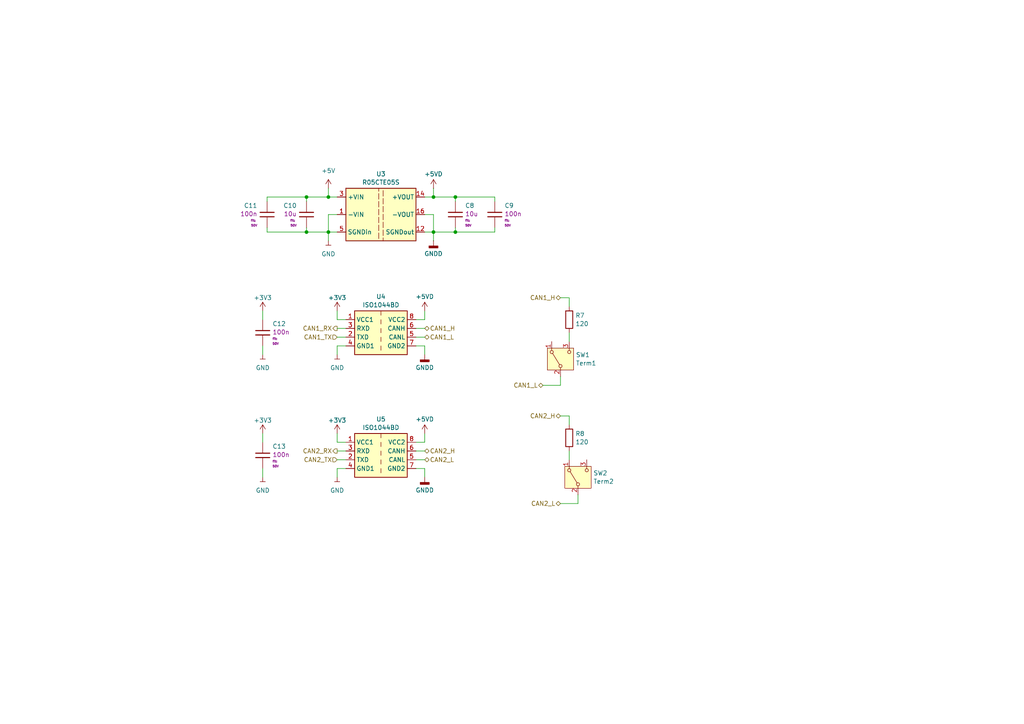
<source format=kicad_sch>
(kicad_sch (version 20231120) (generator "eeschema") (generator_version "8.0")
  (paper "A4")
  (title_block (title "Transiver") (date "2023-06-16") (rev "R${release}") (company "${company}") (comment 1 "${release_state}") (comment 2 "${prefix}-S${type_number}-R${release}-V${sch_variant}-C${sch_ci}") (comment 3 "hardware/${prefix}-S${type_number}_${short_desciption}"))
  (lib_symbols
    (symbol "Cap_10Percent_E24_0603_X7R_50V_-40C-125C:100n_0603_X7R_10%_50V_-40C..125C_Chip-Capacitor" (pin_numbers hide) (pin_names (offset 0.254))
      (property "Reference" "C" (at 0.635 2.54 0))
      (property "DisplayValue" "100n" (at 0.635 -2.54 0))
      (property "Fit" "fit: " (at 7.62 -3.81 0))
      (property "CapRatedVoltage" "50V" (at 0 0 0))
      (symbol "100n_0603_X7R_10%_50V_-40C..125C_Chip-Capacitor_0_1"
        (polyline (pts (xy -2.032 -0.635) (xy 2.032 -0.635)) (stroke (width 0.3048)))
        (polyline (pts (xy -2.032 0.635) (xy 2.032 0.635)) (stroke (width 0.3048)))
      )
      (symbol "100n_0603_X7R_10%_50V_-40C..125C_Chip-Capacitor_1_1"
        (pin passive line (at 0 3.81 270) (length 3.2004) (name "~") (number "1"))
        (pin passive line (at 0 -3.81 90) (length 2.9972) (name "~") (number "2"))
      )
    )
    (symbol "DCDC_Recom:R05CTE05S"
      (property "Reference" "U" (at -8.89 8.89 0))
      (property "Value" "R05CTE05S" (at 4.826 8.89 0))
      (symbol "R05CTE05S_0_1"
        (rectangle (start -10.16 7.62) (end 10.16 -7.62) (stroke (width 0.254)) (fill (type background)))
      )
      (symbol "R05CTE05S_1_1"
        (polyline (pts (xy -0.635 -6.985) (xy -0.635 7.62)) (stroke (width 0) (type dash)))
        (polyline (pts (xy 0.635 6.985) (xy 0.635 -7.62)) (stroke (width 0) (type dash)))
        (pin power_in line (at -12.7 0 0) (length 2.54) (name "-VIN") (number "1"))
        (pin no_connect line (at 12.7 -2.54 180) (length 2.54) hide (name "DNC") (number "10"))
        (pin passive line (at 12.7 -5.08 180) (length 2.54) hide (name "SGNDout") (number "11"))
        (pin passive line (at 12.7 -5.08 180) (length 2.54) (name "SGNDout") (number "12"))
        (pin power_out line (at 12.7 5.08 180) (length 2.54) hide (name "+VOUT") (number "13"))
        (pin power_out line (at 12.7 5.08 180) (length 2.54) (name "+VOUT") (number "14"))
        (pin power_out line (at 12.7 0 180) (length 2.54) hide (name "-VOUT") (number "15"))
        (pin power_out line (at 12.7 0 180) (length 2.54) (name "-VOUT") (number "16"))
        (pin power_in line (at -12.7 0 0) (length 2.54) hide (name "-VIN") (number "2"))
        (pin power_in line (at -12.7 5.08 0) (length 2.54) (name "+VIN") (number "3"))
        (pin power_in line (at -12.7 5.08 0) (length 2.54) hide (name "+VIN") (number "4"))
        (pin passive line (at -12.7 -5.08 0) (length 2.54) (name "SGNDin") (number "5"))
        (pin passive line (at -12.7 -5.08 0) (length 2.54) hide (name "SGNDin") (number "6"))
        (pin passive line (at -12.7 -5.08 0) (length 2.54) hide (name "SGNDin") (number "7"))
        (pin passive line (at -12.7 -5.08 0) (length 2.54) hide (name "SGNDin") (number "8"))
        (pin passive line (at 12.7 -5.08 180) (length 2.54) hide (name "SGNDout") (number "9"))
      )
    )
    (symbol "Device:R" (pin_numbers hide) (pin_names (offset 0))
      (property "Reference" "R" (at 2.032 0 90))
      (property "Value" "R" (at 0 0 90))
      (symbol "R_0_1"
        (rectangle (start -1.016 -2.54) (end 1.016 2.54) (stroke (width 0.254)))
      )
      (symbol "R_1_1"
        (pin passive line (at 0 3.81 270) (length 1.27) (name "~") (number "1"))
        (pin passive line (at 0 -3.81 90) (length 1.27) (name "~") (number "2"))
      )
    )
    (symbol "Interface_CAN_LIN:ISO1044BD"
      (property "Reference" "U" (at -6.35 6.35 0))
      (property "Value" "ISO1044BD" (at 2.54 6.35 0))
      (symbol "ISO1044BD_0_1"
        (rectangle (start -7.62 5.08) (end 7.62 -7.62) (stroke (width 0.254)) (fill (type background)))
        (polyline (pts (xy 0 -5.08) (xy 0 -6.35)))
        (polyline (pts (xy 0 -2.54) (xy 0 -3.81)))
        (polyline (pts (xy 0 0) (xy 0 -1.27)))
        (polyline (pts (xy 0 2.54) (xy 0 1.27)))
        (polyline (pts (xy 0 5.08) (xy 0 3.81)))
      )
      (symbol "ISO1044BD_1_1"
        (pin power_in line (at -10.16 2.54 0) (length 2.54) (name "VCC1") (number "1"))
        (pin input line (at -10.16 -2.54 0) (length 2.54) (name "TXD") (number "2"))
        (pin output line (at -10.16 0 0) (length 2.54) (name "RXD") (number "3"))
        (pin power_in line (at -10.16 -5.08 0) (length 2.54) (name "GND1") (number "4"))
        (pin bidirectional line (at 10.16 -2.54 180) (length 2.54) (name "CANL") (number "5"))
        (pin bidirectional line (at 10.16 0 180) (length 2.54) (name "CANH") (number "6"))
        (pin power_in line (at 10.16 -5.08 180) (length 2.54) (name "GND2") (number "7"))
        (pin power_in line (at 10.16 2.54 180) (length 2.54) (name "VCC2") (number "8"))
      )
    )
    (symbol "Switch:SW_SPDT" (pin_names (offset 0) hide)
      (property "Reference" "SW" (at 0 5.08 0))
      (property "Value" "SW_SPDT" (at 0 -5.08 0))
      (symbol "SW_SPDT_0_1"
        (circle (center -2.032 0) (radius 0.4572))
        (polyline (pts (xy -1.651 0.254) (xy 1.651 2.286)))
        (circle (center 2.032 -2.54) (radius 0.4572))
        (circle (center 2.032 2.54) (radius 0.4572))
      )
      (symbol "SW_SPDT_1_1"
        (rectangle (start -3.175 3.81) (end 3.175 -3.81) (fill (type background)))
        (pin passive line (at 5.08 2.54 180) (length 2.54) (name "A") (number "1"))
        (pin passive line (at -5.08 0 0) (length 2.54) (name "B") (number "2"))
        (pin passive line (at 5.08 -2.54 180) (length 2.54) (name "C") (number "3"))
      )
    )
    (symbol "power:+5VD" (power) (pin_numbers hide) (pin_names (offset 0) hide)
      (property "Value" "+5VD" (at 0 3.556 0))
      (symbol "+5VD_0_1"
        (polyline (pts (xy -0.762 1.27) (xy 0 2.54)))
        (polyline (pts (xy 0 0) (xy 0 2.54)))
        (polyline (pts (xy 0 2.54) (xy 0.762 1.27)))
      )
      (symbol "+5VD_1_1"
        (pin power_in line (at 0 0 90) (length 0) (name "~") (number "1"))
      )
    )
    (symbol "power:GNDD" (power) (pin_numbers hide) (pin_names (offset 0) hide)
      (property "Value" "GNDD" (at 0 -3.175 0))
      (symbol "GNDD_0_1"
        (rectangle (start -1.27 -1.524) (end 1.27 -2.032) (stroke (width 0.254)) (fill (type outline)))
        (polyline (pts (xy 0 0) (xy 0 -1.524)))
      )
      (symbol "GNDD_1_1"
        (pin power_in line (at 0 0 270) (length 0) (name "~") (number "1"))
      )
    )
    (symbol "powerport:+3V3" (power) (pin_names (offset 0))
      (property "Value" "+3V3" (at 0 3.556 0))
      (symbol "+3V3_0_1"
        (polyline (pts (xy -0.762 1.27) (xy 0 2.54)))
        (polyline (pts (xy 0 0) (xy 0 2.54)))
        (polyline (pts (xy 0 2.54) (xy 0.762 1.27)))
      )
      (symbol "+3V3_1_1"
        (pin power_in line (at 0 0 90) (length 0) hide (name "+3V3") (number "1"))
      )
    )
    (symbol "powerport:+5V" (power) (pin_names (offset 0))
      (property "Value" "+5V" (at 0 3.556 0))
      (symbol "+5V_0_1"
        (polyline (pts (xy -0.762 1.27) (xy 0 2.54)))
        (polyline (pts (xy 0 0) (xy 0 2.54)))
        (polyline (pts (xy 0 2.54) (xy 0.762 1.27)))
      )
      (symbol "+5V_1_1"
        (pin power_in line (at 0 0 90) (length 0) hide (name "+5V") (number "1"))
      )
    )
    (symbol "powerport:GND" (power) (pin_names (offset 0))
      (property "Value" "GND" (at 0 -2.54 0))
      (symbol "GND_0_1"
        (polyline (pts (xy -0.762 -1.27) (xy 0.762 -1.27)))
        (polyline (pts (xy 0 0) (xy 0 -1.27)))
      )
      (symbol "GND_1_1"
        (pin power_in line (at 0 0 270) (length 0) hide (name "GND") (number "1"))
      )
    )
  )
  (junction (at 88.9 57.15))
  (junction (at 125.73 57.15))
  (junction (at 88.9 67.31))
  (junction (at 95.25 57.15))
  (junction (at 132.08 57.15))
  (junction (at 95.25 67.31))
  (junction (at 132.08 67.31))
  (junction (at 125.73 67.31))
  (wire (pts (xy 97.79 95.25) (xy 100.33 95.25)))
  (wire (pts (xy 143.51 66.04) (xy 143.51 67.31)))
  (wire (pts (xy 123.19 90.17) (xy 123.19 92.71)))
  (wire (pts (xy 132.08 67.31) (xy 125.73 67.31)))
  (wire (pts (xy 95.25 62.23) (xy 95.25 67.31)))
  (wire (pts (xy 125.73 67.31) (xy 125.73 69.85)))
  (wire (pts (xy 120.65 97.79) (xy 123.19 97.79)))
  (wire (pts (xy 76.2 135.89) (xy 76.2 138.43)))
  (wire (pts (xy 123.19 62.23) (xy 125.73 62.23)))
  (wire (pts (xy 162.56 86.36) (xy 165.1 86.36)))
  (wire (pts (xy 76.2 90.17) (xy 76.2 92.71)))
  (wire (pts (xy 97.79 67.31) (xy 95.25 67.31)))
  (wire (pts (xy 125.73 57.15) (xy 132.08 57.15)))
  (wire (pts (xy 123.19 100.33) (xy 123.19 102.87)))
  (wire (pts (xy 77.47 66.04) (xy 77.47 67.31)))
  (wire (pts (xy 77.47 58.42) (xy 77.47 57.15)))
  (wire (pts (xy 125.73 62.23) (xy 125.73 67.31)))
  (wire (pts (xy 77.47 67.31) (xy 88.9 67.31)))
  (wire (pts (xy 100.33 100.33) (xy 97.79 100.33)))
  (wire (pts (xy 162.56 109.22) (xy 162.56 111.76)))
  (wire (pts (xy 97.79 92.71) (xy 100.33 92.71)))
  (wire (pts (xy 120.65 130.81) (xy 123.19 130.81)))
  (wire (pts (xy 143.51 57.15) (xy 143.51 58.42)))
  (wire (pts (xy 120.65 128.27) (xy 123.19 128.27)))
  (wire (pts (xy 123.19 67.31) (xy 125.73 67.31)))
  (wire (pts (xy 88.9 57.15) (xy 95.25 57.15)))
  (wire (pts (xy 88.9 66.04) (xy 88.9 67.31)))
  (wire (pts (xy 95.25 67.31) (xy 95.25 69.85)))
  (wire (pts (xy 132.08 57.15) (xy 143.51 57.15)))
  (wire (pts (xy 88.9 67.31) (xy 95.25 67.31)))
  (wire (pts (xy 97.79 62.23) (xy 95.25 62.23)))
  (wire (pts (xy 77.47 57.15) (xy 88.9 57.15)))
  (wire (pts (xy 165.1 130.81) (xy 165.1 133.35)))
  (wire (pts (xy 120.65 95.25) (xy 123.19 95.25)))
  (wire (pts (xy 97.79 135.89) (xy 100.33 135.89)))
  (wire (pts (xy 76.2 125.73) (xy 76.2 128.27)))
  (wire (pts (xy 97.79 130.81) (xy 100.33 130.81)))
  (wire (pts (xy 120.65 135.89) (xy 123.19 135.89)))
  (wire (pts (xy 132.08 66.04) (xy 132.08 67.31)))
  (wire (pts (xy 120.65 100.33) (xy 123.19 100.33)))
  (wire (pts (xy 123.19 135.89) (xy 123.19 138.43)))
  (wire (pts (xy 97.79 125.73) (xy 97.79 128.27)))
  (wire (pts (xy 97.79 133.35) (xy 100.33 133.35)))
  (wire (pts (xy 123.19 125.73) (xy 123.19 128.27)))
  (wire (pts (xy 167.64 143.51) (xy 167.64 146.05)))
  (wire (pts (xy 165.1 96.52) (xy 165.1 99.06)))
  (wire (pts (xy 97.79 90.17) (xy 97.79 92.71)))
  (wire (pts (xy 125.73 54.61) (xy 125.73 57.15)))
  (wire (pts (xy 95.25 57.15) (xy 97.79 57.15)))
  (wire (pts (xy 97.79 138.43) (xy 97.79 135.89)))
  (wire (pts (xy 97.79 128.27) (xy 100.33 128.27)))
  (wire (pts (xy 120.65 92.71) (xy 123.19 92.71)))
  (wire (pts (xy 132.08 57.15) (xy 132.08 58.42)))
  (wire (pts (xy 167.64 146.05) (xy 162.56 146.05)))
  (wire (pts (xy 88.9 58.42) (xy 88.9 57.15)))
  (wire (pts (xy 132.08 67.31) (xy 143.51 67.31)))
  (wire (pts (xy 165.1 120.65) (xy 162.56 120.65)))
  (wire (pts (xy 162.56 111.76) (xy 157.48 111.76)))
  (wire (pts (xy 97.79 100.33) (xy 97.79 102.87)))
  (wire (pts (xy 95.25 54.61) (xy 95.25 57.15)))
  (wire (pts (xy 165.1 88.9) (xy 165.1 86.36)))
  (wire (pts (xy 123.19 57.15) (xy 125.73 57.15)))
  (wire (pts (xy 76.2 100.33) (xy 76.2 102.87)))
  (wire (pts (xy 165.1 123.19) (xy 165.1 120.65)))
  (wire (pts (xy 97.79 97.79) (xy 100.33 97.79)))
  (wire (pts (xy 120.65 133.35) (xy 123.19 133.35)))
  (hierarchical_label "CAN2_L" (shape bidirectional) (at 123.19 133.35 0))
  (hierarchical_label "CAN2_H" (shape bidirectional) (at 162.56 120.65 180))
  (hierarchical_label "CAN1_L" (shape bidirectional) (at 123.19 97.79 0))
  (hierarchical_label "CAN1_H" (shape bidirectional) (at 123.19 95.25 0))
  (hierarchical_label "CAN1_RX" (shape output) (at 97.79 95.25 180))
  (hierarchical_label "CAN2_L" (shape bidirectional) (at 162.56 146.05 180))
  (hierarchical_label "CAN2_TX" (shape input) (at 97.79 133.35 180))
  (hierarchical_label "CAN1_H" (shape bidirectional) (at 162.56 86.36 180))
  (hierarchical_label "CAN1_TX" (shape input) (at 97.79 97.79 180))
  (hierarchical_label "CAN1_L" (shape bidirectional) (at 157.48 111.76 180))
  (hierarchical_label "CAN2_H" (shape bidirectional) (at 123.19 130.81 0))
  (hierarchical_label "CAN2_RX" (shape output) (at 97.79 130.81 180))
  (symbol (lib_id "Cap_10Percent_E24_0603_X7R_50V_-40C-125C:100n_0603_X7R_10%_50V_-40C..125C_Chip-Capacitor") (at 143.51 62.23 0) (unit 1)
    (property "Reference" "C9" (at 146.3294 59.6279 0) (effects (justify left)))
    (property "Value" "100n_0603_X7R_10%_50V_-40C..125C_Chip-Capacitor" (effects (hide yes)))
    (property "Footprint" "Capacitor_SMD:C_0603_1608Metric" (effects (hide yes)))
    (property "MPN" "any" (effects (hide yes)))
    (property "Manufacturer" "any" (effects (hide yes)))
    (property "DisplayValue" "100n" (at 146.3294 62.0522 0) (effects (justify left)))
    (property "Fit" "fit: " (at 146.3294 63.9657 0) (effects (font (size 0.635 0.635)) (justify left)))
    (property "State" "legacy" (effects (hide yes)))
    (property "CapRatedVoltage" "50V" (at 146.3294 65.3683 0) (effects (font (size 0.635 0.635)) (justify left)))
    (property "Package" "0603" (effects (hide yes)))
  )
  (symbol (lib_id "power:+5VD") (at 125.73 54.61 0) (unit 1)
    (property "Reference" "#PWR04" (effects (hide yes)))
    (property "Value" "+5VD" (at 125.73 50.4769 0))
    (property "Description" "Power symbol creates a global label with name \"+5VD\"" (effects (hide yes)))
  )
  (symbol (lib_id "power:GNDD") (at 123.19 102.87 0) (unit 1)
    (property "Reference" "#PWR052" (effects (hide yes)))
    (property "Value" "GNDD" (at 123.19 106.6221 0))
    (property "Description" "Power symbol creates a global label with name \"GNDD\" , digital ground" (effects (hide yes)))
  )
  (symbol (lib_id "powerport:GND") (at 97.79 102.87 0) (unit 1)
    (property "Reference" "#PWR040" (effects (hide yes)))
    (property "Value" "GND" (at 97.79 106.68 0))
  )
  (symbol (lib_id "Switch:SW_SPDT") (at 162.56 104.14 90) (unit 1)
    (property "Reference" "SW1" (at 167.005 102.9278 90) (effects (justify right)))
    (property "Value" "Term1" (at 167.005 105.3521 90) (effects (justify right)))
    (property "Footprint" "Button_Switch_THT:SW_Slide_SPDT_Angled_CK_OS102011MA1Q" (effects (hide yes)))
    (property "Datasheet" "https://www.ckswitches.com/media/1428/os.pdf" (effects (hide yes)))
    (property "Description" "Switch, single pole double throw" (effects (hide yes)))
    (property "digikey" "CKN9560-ND" (effects (hide yes)))
    (property "MPN" "OS102011MA1QS1" (effects (hide yes)))
  )
  (symbol (lib_id "DCDC_Recom:R05CTE05S") (at 110.49 62.23 0) (unit 1)
    (property "Reference" "U3" (at 110.49 50.4655 0))
    (property "Value" "R05CTE05S" (at 110.49 52.8898 0))
    (property "Footprint" "Package_SO:SOIC-16W_7.5x10.3mm_P1.27mm" (effects (hide yes)))
    (property "Datasheet" "https://recom-power.com/pdf/Econoline/RxxCTExxS.pdf" (effects (hide yes)))
    (property "Description" "1W 5V to 5V 200mA DC-DC Converter with 3kV isolation" (effects (hide yes)))
    (property "digikey" "945-R05CTE05S-RCT-ND" (effects (hide yes)))
    (property "MPN" "R05CTE05S-R" (effects (hide yes)))
  )
  (symbol (lib_id "powerport:+5V") (at 95.25 54.61 0) (unit 1)
    (property "Reference" "#PWR010" (effects (hide yes)))
    (property "Value" "+5V" (at 95.25 49.53 0))
  )
  (symbol (lib_id "Cap_10Percent_E24_0603_X7R_50V_-40C-125C:100n_0603_X7R_10%_50V_-40C..125C_Chip-Capacitor") (at 76.2 96.52 0) (unit 1)
    (property "Reference" "C12" (at 79.0194 93.9179 0) (effects (justify left)))
    (property "Value" "100n_0603_X7R_10%_50V_-40C..125C_Chip-Capacitor" (effects (hide yes)))
    (property "Footprint" "Capacitor_SMD:C_0603_1608Metric" (effects (hide yes)))
    (property "MPN" "any" (effects (hide yes)))
    (property "Manufacturer" "any" (effects (hide yes)))
    (property "DisplayValue" "100n" (at 79.0194 96.3422 0) (effects (justify left)))
    (property "Fit" "fit: " (at 79.0194 98.2557 0) (effects (font (size 0.635 0.635)) (justify left)))
    (property "State" "legacy" (effects (hide yes)))
    (property "CapRatedVoltage" "50V" (at 79.0194 99.6583 0) (effects (font (size 0.635 0.635)) (justify left)))
    (property "Package" "0603" (effects (hide yes)))
  )
  (symbol (lib_id "powerport:+3V3") (at 97.79 90.17 0) (unit 1)
    (property "Reference" "#PWR043" (effects (hide yes)))
    (property "Value" "+3V3" (at 97.79 86.36 0))
  )
  (symbol (lib_id "Device:R") (at 165.1 92.71 0) (unit 1)
    (property "Reference" "R7" (at 166.878 91.4978 0) (effects (justify left)))
    (property "Value" "120" (at 166.878 93.9221 0) (effects (justify left)))
    (property "Footprint" "Resistor_SMD:R_0603_1608Metric" (effects (hide yes)))
    (property "Description" "Resistor" (effects (hide yes)))
  )
  (symbol (lib_id "Cap_10Percent_E24_0603_X7R_50V_-40C-125C:100n_0603_X7R_10%_50V_-40C..125C_Chip-Capacitor") (at 77.47 62.23 0) (mirror y) (unit 1)
    (property "Reference" "C11" (at 74.6506 59.6279 0) (effects (justify left)))
    (property "Value" "100n_0603_X7R_10%_50V_-40C..125C_Chip-Capacitor" (effects (hide yes)))
    (property "Footprint" "Capacitor_SMD:C_0603_1608Metric" (effects (hide yes)))
    (property "MPN" "any" (effects (hide yes)))
    (property "Manufacturer" "any" (effects (hide yes)))
    (property "DisplayValue" "100n" (at 74.6506 62.0522 0) (effects (justify left)))
    (property "Fit" "fit: " (at 74.6506 63.9657 0) (effects (font (size 0.635 0.635)) (justify left)))
    (property "State" "legacy" (effects (hide yes)))
    (property "CapRatedVoltage" "50V" (at 74.6506 65.3683 0) (effects (font (size 0.635 0.635)) (justify left)))
    (property "Package" "0603" (effects (hide yes)))
  )
  (symbol (lib_id "power:GNDD") (at 125.73 69.85 0) (unit 1)
    (property "Reference" "#PWR05" (effects (hide yes)))
    (property "Value" "GNDD" (at 125.73 73.6021 0))
    (property "Description" "Power symbol creates a global label with name \"GNDD\" , digital ground" (effects (hide yes)))
  )
  (symbol (lib_id "Cap_10Percent_E24_0603_X7R_50V_-40C-125C:100n_0603_X7R_10%_50V_-40C..125C_Chip-Capacitor") (at 88.9 62.23 0) (mirror y) (unit 1)
    (property "Reference" "C10" (at 86.0806 59.6279 0) (effects (justify left)))
    (property "Value" "10u_0603_X7R_10%_50V_-40C..125C_Chip-Capacitor" (effects (hide yes)))
    (property "Footprint" "Capacitor_SMD:C_0603_1608Metric" (effects (hide yes)))
    (property "MPN" "any" (effects (hide yes)))
    (property "Manufacturer" "any" (effects (hide yes)))
    (property "DisplayValue" "10u" (at 86.0806 62.0522 0) (effects (justify left)))
    (property "Fit" "fit: " (at 86.0806 63.9657 0) (effects (font (size 0.635 0.635)) (justify left)))
    (property "State" "legacy" (effects (hide yes)))
    (property "CapRatedVoltage" "50V" (at 86.0806 65.3683 0) (effects (font (size 0.635 0.635)) (justify left)))
    (property "Package" "0603" (effects (hide yes)))
  )
  (symbol (lib_id "powerport:+3V3") (at 76.2 125.73 0) (unit 1)
    (property "Reference" "#PWR046" (effects (hide yes)))
    (property "Value" "+3V3" (at 76.2 121.92 0))
  )
  (symbol (lib_id "powerport:GND") (at 95.25 69.85 0) (unit 1)
    (property "Reference" "#PWR011" (effects (hide yes)))
    (property "Value" "GND" (at 95.25 73.66 0))
  )
  (symbol (lib_id "powerport:GND") (at 97.79 138.43 0) (unit 1)
    (property "Reference" "#PWR041" (effects (hide yes)))
    (property "Value" "GND" (at 97.79 142.24 0))
  )
  (symbol (lib_id "Interface_CAN_LIN:ISO1044BD") (at 110.49 130.81 0) (unit 1)
    (property "Reference" "U5" (at 110.49 121.5855 0))
    (property "Value" "ISO1044BD" (at 110.49 124.0098 0))
    (property "Footprint" "Package_SO:SOIC-8_3.9x4.9mm_P1.27mm" (effects (hide yes)))
    (property "Datasheet" "https://www.ti.com/lit/ds/symlink/iso1044.pdf" (effects (hide yes)))
    (property "Description" "Isolated CAN FD Transceiver, SOIC-8" (effects (hide yes)))
    (property "digikey" "296-ISO1044BDRCT-ND" (effects (hide yes)))
    (property "MPN" "ISO1044BDR" (effects (hide yes)))
  )
  (symbol (lib_id "power:+5VD") (at 123.19 125.73 0) (unit 1)
    (property "Reference" "#PWR050" (effects (hide yes)))
    (property "Value" "+5VD" (at 123.19 121.5969 0))
    (property "Description" "Power symbol creates a global label with name \"+5VD\"" (effects (hide yes)))
  )
  (symbol (lib_id "powerport:+3V3") (at 76.2 90.17 0) (unit 1)
    (property "Reference" "#PWR044" (effects (hide yes)))
    (property "Value" "+3V3" (at 76.2 86.36 0))
  )
  (symbol (lib_id "Interface_CAN_LIN:ISO1044BD") (at 110.49 95.25 0) (unit 1)
    (property "Reference" "U4" (at 110.49 86.0255 0))
    (property "Value" "ISO1044BD" (at 110.49 88.4498 0))
    (property "Footprint" "Package_SO:SOIC-8_3.9x4.9mm_P1.27mm" (effects (hide yes)))
    (property "Datasheet" "https://www.ti.com/lit/ds/symlink/iso1044.pdf" (effects (hide yes)))
    (property "Description" "Isolated CAN FD Transceiver, SOIC-8" (effects (hide yes)))
    (property "digikey" "296-ISO1044BDRCT-ND" (effects (hide yes)))
    (property "MPN" "ISO1044BDR" (effects (hide yes)))
  )
  (symbol (lib_id "Switch:SW_SPDT") (at 167.64 138.43 90) (unit 1)
    (property "Reference" "SW2" (at 172.085 137.2178 90) (effects (justify right)))
    (property "Value" "Term2" (at 172.085 139.6421 90) (effects (justify right)))
    (property "Footprint" "Button_Switch_THT:SW_Slide_SPDT_Angled_CK_OS102011MA1Q" (effects (hide yes)))
    (property "Datasheet" "https://www.ckswitches.com/media/1428/os.pdf" (effects (hide yes)))
    (property "Description" "Switch, single pole double throw" (effects (hide yes)))
    (property "digikey" "CKN9560-ND" (effects (hide yes)))
    (property "MPN" "OS102011MA1QS1" (effects (hide yes)))
  )
  (symbol (lib_id "powerport:+3V3") (at 97.79 125.73 0) (unit 1)
    (property "Reference" "#PWR042" (effects (hide yes)))
    (property "Value" "+3V3" (at 97.79 121.92 0))
  )
  (symbol (lib_id "powerport:GND") (at 76.2 138.43 0) (unit 1)
    (property "Reference" "#PWR047" (effects (hide yes)))
    (property "Value" "GND" (at 76.2 142.24 0))
  )
  (symbol (lib_id "Cap_10Percent_E24_0603_X7R_50V_-40C-125C:100n_0603_X7R_10%_50V_-40C..125C_Chip-Capacitor") (at 76.2 132.08 0) (unit 1)
    (property "Reference" "C13" (at 79.0194 129.4779 0) (effects (justify left)))
    (property "Value" "100n_0603_X7R_10%_50V_-40C..125C_Chip-Capacitor" (effects (hide yes)))
    (property "Footprint" "Capacitor_SMD:C_0603_1608Metric" (effects (hide yes)))
    (property "MPN" "any" (effects (hide yes)))
    (property "Manufacturer" "any" (effects (hide yes)))
    (property "DisplayValue" "100n" (at 79.0194 131.9022 0) (effects (justify left)))
    (property "Fit" "fit: " (at 79.0194 133.8157 0) (effects (font (size 0.635 0.635)) (justify left)))
    (property "State" "legacy" (effects (hide yes)))
    (property "CapRatedVoltage" "50V" (at 79.0194 135.2183 0) (effects (font (size 0.635 0.635)) (justify left)))
    (property "Package" "0603" (effects (hide yes)))
  )
  (symbol (lib_id "power:+5VD") (at 123.19 90.17 0) (unit 1)
    (property "Reference" "#PWR049" (effects (hide yes)))
    (property "Value" "+5VD" (at 123.19 86.0369 0))
    (property "Description" "Power symbol creates a global label with name \"+5VD\"" (effects (hide yes)))
  )
  (symbol (lib_id "power:GNDD") (at 123.19 138.43 0) (unit 1)
    (property "Reference" "#PWR053" (effects (hide yes)))
    (property "Value" "GNDD" (at 123.19 142.1821 0))
    (property "Description" "Power symbol creates a global label with name \"GNDD\" , digital ground" (effects (hide yes)))
  )
  (symbol (lib_id "Device:R") (at 165.1 127 0) (unit 1)
    (property "Reference" "R8" (at 166.878 125.7878 0) (effects (justify left)))
    (property "Value" "120" (at 166.878 128.2121 0) (effects (justify left)))
    (property "Footprint" "Resistor_SMD:R_0603_1608Metric" (effects (hide yes)))
    (property "Description" "Resistor" (effects (hide yes)))
  )
  (symbol (lib_id "powerport:GND") (at 76.2 102.87 0) (unit 1)
    (property "Reference" "#PWR045" (effects (hide yes)))
    (property "Value" "GND" (at 76.2 106.68 0))
  )
  (symbol (lib_id "Cap_10Percent_E24_0603_X7R_50V_-40C-125C:100n_0603_X7R_10%_50V_-40C..125C_Chip-Capacitor") (at 132.08 62.23 0) (unit 1)
    (property "Reference" "C8" (at 134.8994 59.6279 0) (effects (justify left)))
    (property "Value" "10u_0603_X7R_10%_50V_-40C..125C_Chip-Capacitor" (effects (hide yes)))
    (property "Footprint" "Capacitor_SMD:C_0603_1608Metric" (effects (hide yes)))
    (property "MPN" "any" (effects (hide yes)))
    (property "Manufacturer" "any" (effects (hide yes)))
    (property "DisplayValue" "10u" (at 134.8994 62.0522 0) (effects (justify left)))
    (property "Fit" "fit: " (at 134.8994 63.9657 0) (effects (font (size 0.635 0.635)) (justify left)))
    (property "State" "legacy" (effects (hide yes)))
    (property "CapRatedVoltage" "50V" (at 134.8994 65.3683 0) (effects (font (size 0.635 0.635)) (justify left)))
    (property "Package" "0603" (effects (hide yes)))
  )
)
</source>
